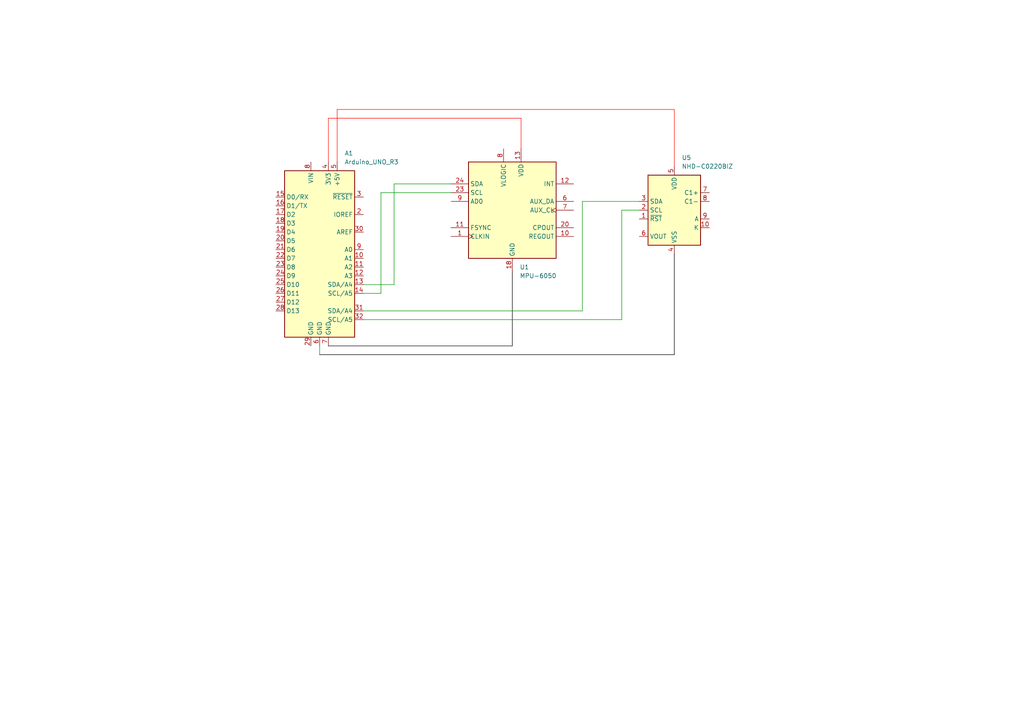
<source format=kicad_sch>
(kicad_sch (version 20250114) (generator "eeschema") (generator_version "9.0")
  (paper "A4")
  (lib_symbols
    (symbol "Display_Character:NHD-C0220BIZ"
      (property "Reference" "U" (at -6.35 11.43 0))
      (property "Value" "NHD-C0220BIZ" (at 8.89 11.43 0))
      (symbol "NHD-C0220BIZ_0_1"
        (rectangle (start -7.62 10.16) (end 7.62 -10.16) (stroke (width 0.254)) (fill (type background)))
      )
      (symbol "NHD-C0220BIZ_1_1"
        (pin bidirectional line (at -10.16 2.54 0) (length 2.54) (name "SDA") (number "3"))
        (pin input line (at -10.16 0 0) (length 2.54) (name "SCL") (number "2"))
        (pin input line (at -10.16 -2.54 0) (length 2.54) (name "~{RST}") (number "1"))
        (pin passive line (at -10.16 -7.62 0) (length 2.54) (name "VOUT") (number "6"))
        (pin power_in line (at 0 12.7 270) (length 2.54) (name "VDD") (number "5"))
        (pin power_in line (at 0 -12.7 90) (length 2.54) (name "VSS") (number "4"))
        (pin passive line (at 10.16 5.08 180) (length 2.54) (name "C1+") (number "7"))
        (pin passive line (at 10.16 2.54 180) (length 2.54) (name "C1-") (number "8"))
        (pin passive line (at 10.16 -2.54 180) (length 2.54) (name "A") (number "9"))
        (pin passive line (at 10.16 -5.08 180) (length 2.54) (name "K") (number "10"))
      )
    )
    (symbol "MCU_Module:Arduino_UNO_R3"
      (property "Reference" "A" (at -10.16 23.495 0))
      (property "Value" "Arduino_UNO_R3" (at 5.08 -26.67 0))
      (symbol "Arduino_UNO_R3_0_1"
        (rectangle (start -10.16 22.86) (end 10.16 -25.4) (stroke (width 0.254)) (fill (type background)))
      )
      (symbol "Arduino_UNO_R3_1_1"
        (pin bidirectional line (at -12.7 15.24 0) (length 2.54) (name "D0/RX") (number "15"))
        (pin bidirectional line (at -12.7 12.7 0) (length 2.54) (name "D1/TX") (number "16"))
        (pin bidirectional line (at -12.7 10.16 0) (length 2.54) (name "D2") (number "17"))
        (pin bidirectional line (at -12.7 7.62 0) (length 2.54) (name "D3") (number "18"))
        (pin bidirectional line (at -12.7 5.08 0) (length 2.54) (name "D4") (number "19"))
        (pin bidirectional line (at -12.7 2.54 0) (length 2.54) (name "D5") (number "20"))
        (pin bidirectional line (at -12.7 0 0) (length 2.54) (name "D6") (number "21"))
        (pin bidirectional line (at -12.7 -2.54 0) (length 2.54) (name "D7") (number "22"))
        (pin bidirectional line (at -12.7 -5.08 0) (length 2.54) (name "D8") (number "23"))
        (pin bidirectional line (at -12.7 -7.62 0) (length 2.54) (name "D9") (number "24"))
        (pin bidirectional line (at -12.7 -10.16 0) (length 2.54) (name "D10") (number "25"))
        (pin bidirectional line (at -12.7 -12.7 0) (length 2.54) (name "D11") (number "26"))
        (pin bidirectional line (at -12.7 -15.24 0) (length 2.54) (name "D12") (number "27"))
        (pin bidirectional line (at -12.7 -17.78 0) (length 2.54) (name "D13") (number "28"))
        (pin no_connect line (at -10.16 -20.32 0) (length 2.54) (hide yes) (name "NC") (number "1"))
        (pin power_in line (at -2.54 25.4 270) (length 2.54) (name "VIN") (number "8"))
        (pin power_in line (at -2.54 -27.94 90) (length 2.54) (name "GND") (number "29"))
        (pin power_in line (at 0 -27.94 90) (length 2.54) (name "GND") (number "6"))
        (pin power_out line (at 2.54 25.4 270) (length 2.54) (name "3V3") (number "4"))
        (pin power_in line (at 2.54 -27.94 90) (length 2.54) (name "GND") (number "7"))
        (pin power_out line (at 5.08 25.4 270) (length 2.54) (name "+5V") (number "5"))
        (pin input line (at 12.7 15.24 180) (length 2.54) (name "~{RESET}") (number "3"))
        (pin output line (at 12.7 10.16 180) (length 2.54) (name "IOREF") (number "2"))
        (pin input line (at 12.7 5.08 180) (length 2.54) (name "AREF") (number "30"))
        (pin bidirectional line (at 12.7 0 180) (length 2.54) (name "A0") (number "9"))
        (pin bidirectional line (at 12.7 -2.54 180) (length 2.54) (name "A1") (number "10"))
        (pin bidirectional line (at 12.7 -5.08 180) (length 2.54) (name "A2") (number "11"))
        (pin bidirectional line (at 12.7 -7.62 180) (length 2.54) (name "A3") (number "12"))
        (pin bidirectional line (at 12.7 -10.16 180) (length 2.54) (name "SDA/A4") (number "13"))
        (pin bidirectional line (at 12.7 -12.7 180) (length 2.54) (name "SCL/A5") (number "14"))
        (pin bidirectional line (at 12.7 -17.78 180) (length 2.54) (name "SDA/A4") (number "31"))
        (pin bidirectional line (at 12.7 -20.32 180) (length 2.54) (name "SCL/A5") (number "32"))
      )
    )
    (symbol "Sensor_Motion:MPU-6050"
      (property "Reference" "U" (at -11.43 13.97 0))
      (property "Value" "MPU-6050" (at 7.62 -15.24 0))
      (symbol "MPU-6050_0_0"
        (text "" (at 12.7 -2.54 0) (effects (font (size 1.27 1.27))))
      )
      (symbol "MPU-6050_0_1"
        (rectangle (start -12.7 13.97) (end 12.7 -13.97) (stroke (width 0.254)) (fill (type background)))
      )
      (symbol "MPU-6050_1_1"
        (pin bidirectional line (at -17.78 7.62 0) (length 5.08) (name "SDA") (number "24"))
        (pin input line (at -17.78 5.08 0) (length 5.08) (name "SCL") (number "23"))
        (pin input line (at -17.78 2.54 0) (length 5.08) (name "AD0") (number "9"))
        (pin input line (at -17.78 -5.08 0) (length 5.08) (name "FSYNC") (number "11"))
        (pin input clock (at -17.78 -7.62 0) (length 5.08) (name "CLKIN") (number "1"))
        (pin no_connect line (at -12.7 12.7 0) (length 2.54) (hide yes) (name "NC") (number "2"))
        (pin no_connect line (at -12.7 10.16 0) (length 2.54) (hide yes) (name "NC") (number "3"))
        (pin no_connect line (at -12.7 0 0) (length 2.54) (hide yes) (name "NC") (number "4"))
        (pin no_connect line (at -12.7 -2.54 0) (length 2.54) (hide yes) (name "NC") (number "5"))
        (pin no_connect line (at -12.7 -10.16 0) (length 2.54) (hide yes) (name "NC") (number "14"))
        (pin power_in line (at -2.54 17.78 270) (length 3.81) (name "VLOGIC") (number "8"))
        (pin power_in line (at 0 -17.78 90) (length 3.81) (name "GND") (number "18"))
        (pin power_in line (at 2.54 17.78 270) (length 3.81) (name "VDD") (number "13"))
        (pin no_connect line (at 12.7 12.7 180) (length 2.54) (hide yes) (name "NC") (number "15"))
        (pin no_connect line (at 12.7 10.16 180) (length 2.54) (hide yes) (name "NC") (number "16"))
        (pin no_connect line (at 12.7 5.08 180) (length 2.54) (hide yes) (name "NC") (number "17"))
        (pin no_connect line (at 12.7 -2.54 180) (length 2.54) (hide yes) (name "RESV") (number "21"))
        (pin no_connect line (at 12.7 -10.16 180) (length 2.54) (hide yes) (name "RESV") (number "19"))
        (pin no_connect line (at 12.7 -12.7 180) (length 2.54) (hide yes) (name "RESV") (number "22"))
        (pin output line (at 17.78 7.62 180) (length 5.08) (name "INT") (number "12"))
        (pin bidirectional line (at 17.78 2.54 180) (length 5.08) (name "AUX_DA") (number "6"))
        (pin output clock (at 17.78 0 180) (length 5.08) (name "AUX_CL") (number "7"))
        (pin passive line (at 17.78 -5.08 180) (length 5.08) (name "CPOUT") (number "20"))
        (pin passive line (at 17.78 -7.62 180) (length 5.08) (name "REGOUT") (number "10"))
      )
    )
  )
  (wire (pts (xy 130.81 55.88) (xy 110.49 55.88)))
  (wire (pts (xy 97.79 31.75) (xy 195.58 31.75)) (stroke (width 0) (color 255 13 0 1)))
  (wire (pts (xy 195.58 102.87) (xy 195.58 73.66)) (stroke (width 0) (color 0 0 0 1)))
  (wire (pts (xy 110.49 55.88) (xy 110.49 85.09)))
  (wire (pts (xy 110.49 85.09) (xy 105.41 85.09)))
  (wire (pts (xy 97.79 46.99) (xy 97.79 31.75)) (stroke (width 0) (color 255 13 0 1)))
  (wire (pts (xy 168.91 58.42) (xy 168.91 90.17)))
  (wire (pts (xy 168.91 90.17) (xy 105.41 90.17)))
  (wire (pts (xy 195.58 31.75) (xy 195.58 48.26)) (stroke (width 0) (color 255 13 0 1)))
  (wire (pts (xy 95.25 100.33) (xy 148.59 100.33)) (stroke (width 0) (color 0 0 0 1)))
  (wire (pts (xy 185.42 58.42) (xy 168.91 58.42)))
  (wire (pts (xy 114.3 82.55) (xy 114.3 53.34)))
  (wire (pts (xy 151.13 34.29) (xy 95.25 34.29)) (stroke (width 0) (color 255 0 6 1)))
  (wire (pts (xy 105.41 92.71) (xy 180.34 92.71)))
  (wire (pts (xy 180.34 60.96) (xy 185.42 60.96)))
  (wire (pts (xy 92.71 102.87) (xy 92.71 100.33)))
  (wire (pts (xy 151.13 43.18) (xy 151.13 34.29)) (stroke (width 0) (color 255 11 0 1)))
  (wire (pts (xy 148.59 100.33) (xy 148.59 78.74)) (stroke (width 0) (color 0 0 0 1)))
  (wire (pts (xy 114.3 53.34) (xy 130.81 53.34)))
  (wire (pts (xy 105.41 82.55) (xy 114.3 82.55)))
  (wire (pts (xy 95.25 34.29) (xy 95.25 46.99)) (stroke (width 0) (color 255 11 0 1)))
  (wire (pts (xy 180.34 92.71) (xy 180.34 60.96)))
  (wire (pts (xy 92.71 102.87) (xy 195.58 102.87)) (stroke (width 0) (color 0 0 0 1)))
  (symbol (lib_id "MCU_Module:Arduino_UNO_R3") (at 92.71 72.39 0) (unit 1)
    (property "Reference" "A1" (at 99.9333 44.45 0) (effects (justify left)))
    (property "Value" "Arduino_UNO_R3" (at 99.9333 46.99 0) (effects (justify left)))
    (property "Footprint" "Module:Arduino_UNO_R3" (effects (hide yes)))
    (property "Datasheet" "https://www.arduino.cc/en/Main/arduinoBoardUno" (effects (hide yes)))
    (property "Description" "Arduino UNO Microcontroller Module, release 3" (effects (hide yes)))
  )
  (symbol (lib_id "Display_Character:NHD-C0220BIZ") (at 195.58 60.96 0) (unit 1)
    (property "Reference" "U5" (at 197.7233 45.72 0) (effects (justify left)))
    (property "Value" "NHD-C0220BIZ" (at 197.7233 48.26 0) (effects (justify left)))
    (property "Footprint" "Display:NHD-C0220BiZ" (effects (hide yes)))
    (property "Datasheet" "http://www.newhavendisplay.com/specs/NHD-C0220BiZ-FSW-FBW-3V3M.pdf" (effects (hide yes)))
    (property "Description" "LCD 20x2 Alphanumeric 10pin Blue/White/Green Backlight, i2c, 3.3V VDD" (effects (hide yes)))
  )
  (symbol (lib_id "Sensor_Motion:MPU-6050") (at 148.59 60.96 0) (unit 1)
    (property "Reference" "U1" (at 150.7333 77.47 0) (effects (justify left)))
    (property "Value" "MPU-6050" (at 150.7333 80.01 0) (effects (justify left)))
    (property "Footprint" "Sensor_Motion:InvenSense_QFN-24_4x4mm_P0.5mm" (effects (hide yes)))
    (property "Datasheet" "https://invensense.tdk.com/wp-content/uploads/2015/02/MPU-6000-Datasheet1.pdf" (effects (hide yes)))
    (property "Description" "InvenSense 6-Axis Motion Sensor, Gyroscope, Accelerometer, I2C" (effects (hide yes)))
  )
)
</source>
